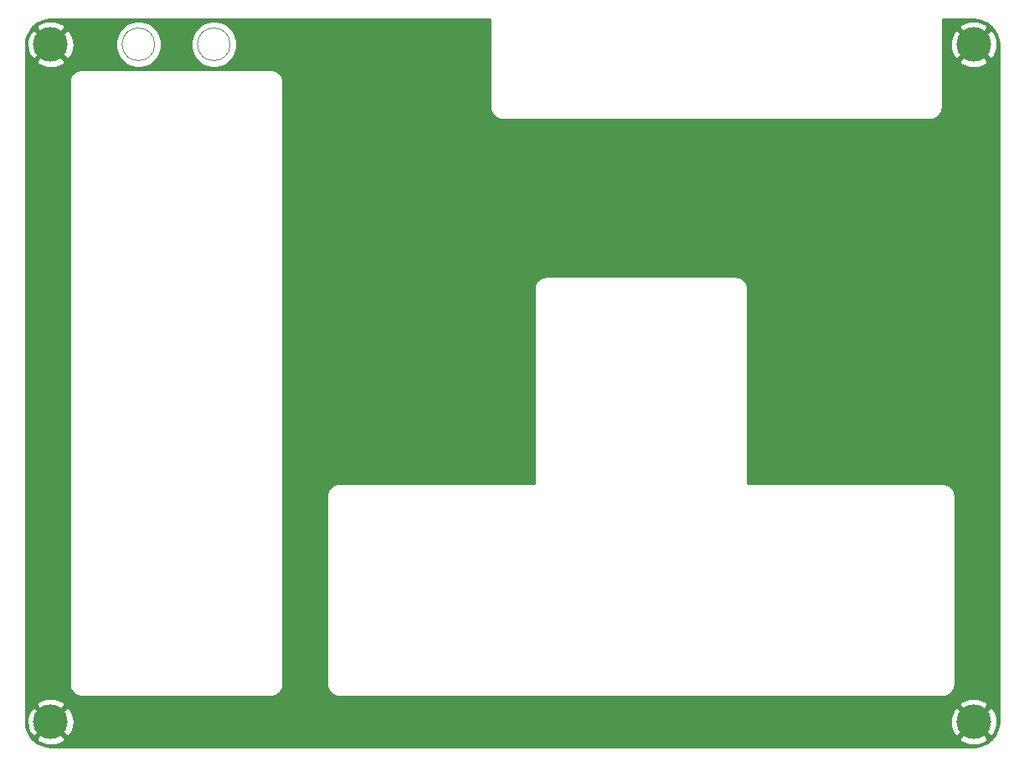
<source format=gbl>
G04 #@! TF.GenerationSoftware,KiCad,Pcbnew,(5.1.5)-3*
G04 #@! TF.CreationDate,2020-11-24T03:15:57+01:00*
G04 #@! TF.ProjectId,C64 Joykey Faceplate,43363420-4a6f-4796-9b65-792046616365,rev?*
G04 #@! TF.SameCoordinates,Original*
G04 #@! TF.FileFunction,Copper,L2,Bot*
G04 #@! TF.FilePolarity,Positive*
%FSLAX46Y46*%
G04 Gerber Fmt 4.6, Leading zero omitted, Abs format (unit mm)*
G04 Created by KiCad (PCBNEW (5.1.5)-3) date 2020-11-24 03:15:57*
%MOMM*%
%LPD*%
G04 APERTURE LIST*
%ADD10C,0.120000*%
%ADD11C,3.500000*%
%ADD12C,0.254000*%
G04 APERTURE END LIST*
D10*
X162306000Y-85725000D02*
G75*
G03X162306000Y-85725000I-1651000J0D01*
G01*
X154686000Y-85725000D02*
G75*
G03X154686000Y-85725000I-1651000J0D01*
G01*
D11*
X144145000Y-154305000D03*
X237490000Y-154305000D03*
X237490000Y-85725000D03*
X144145000Y-85725000D03*
D12*
G36*
X188569513Y-83210666D02*
G01*
X188570001Y-83215310D01*
X188570000Y-92107418D01*
X188572758Y-92135419D01*
X188572731Y-92139255D01*
X188573631Y-92148426D01*
X188586586Y-92271677D01*
X188598615Y-92330274D01*
X188609822Y-92389028D01*
X188612486Y-92397850D01*
X188649133Y-92516238D01*
X188672308Y-92571368D01*
X188694722Y-92626847D01*
X188699049Y-92634983D01*
X188757992Y-92743998D01*
X188791437Y-92793582D01*
X188824197Y-92843645D01*
X188830022Y-92850786D01*
X188909018Y-92946276D01*
X188951467Y-92988430D01*
X188993315Y-93031165D01*
X189000416Y-93037039D01*
X189096455Y-93115367D01*
X189146281Y-93148472D01*
X189195638Y-93182267D01*
X189203744Y-93186650D01*
X189313167Y-93244832D01*
X189368459Y-93267621D01*
X189423455Y-93291193D01*
X189432258Y-93293918D01*
X189550899Y-93329737D01*
X189609583Y-93341357D01*
X189668094Y-93353794D01*
X189677250Y-93354756D01*
X189677255Y-93354757D01*
X189677259Y-93354757D01*
X189800597Y-93366850D01*
X189800598Y-93366850D01*
X189832581Y-93370000D01*
X233077419Y-93370000D01*
X233105419Y-93367242D01*
X233109255Y-93367269D01*
X233118426Y-93366369D01*
X233241677Y-93353414D01*
X233300274Y-93341385D01*
X233359028Y-93330178D01*
X233367850Y-93327514D01*
X233486238Y-93290867D01*
X233541368Y-93267692D01*
X233596847Y-93245278D01*
X233604983Y-93240951D01*
X233713998Y-93182008D01*
X233763582Y-93148563D01*
X233813645Y-93115803D01*
X233820786Y-93109978D01*
X233916276Y-93030982D01*
X233958430Y-92988533D01*
X234001165Y-92946685D01*
X234007039Y-92939584D01*
X234085367Y-92843545D01*
X234118472Y-92793719D01*
X234152267Y-92744362D01*
X234156650Y-92736256D01*
X234214832Y-92626833D01*
X234237621Y-92571541D01*
X234261193Y-92516545D01*
X234263918Y-92507742D01*
X234299737Y-92389101D01*
X234311359Y-92330408D01*
X234323794Y-92271906D01*
X234324756Y-92262750D01*
X234324757Y-92262745D01*
X234324757Y-92262741D01*
X234336850Y-92139403D01*
X234336850Y-92139402D01*
X234340000Y-92107419D01*
X234340000Y-87394609D01*
X235999997Y-87394609D01*
X236186073Y-87735766D01*
X236603409Y-87951513D01*
X237054815Y-88081696D01*
X237522946Y-88121313D01*
X237989811Y-88068842D01*
X238437468Y-87926297D01*
X238793927Y-87735766D01*
X238980003Y-87394609D01*
X237490000Y-85904605D01*
X235999997Y-87394609D01*
X234340000Y-87394609D01*
X234340000Y-85757946D01*
X235093687Y-85757946D01*
X235146158Y-86224811D01*
X235288703Y-86672468D01*
X235479234Y-87028927D01*
X235820391Y-87215003D01*
X237310395Y-85725000D01*
X237669605Y-85725000D01*
X239159609Y-87215003D01*
X239500766Y-87028927D01*
X239716513Y-86611591D01*
X239846696Y-86160185D01*
X239886313Y-85692054D01*
X239833842Y-85225189D01*
X239691297Y-84777532D01*
X239500766Y-84421073D01*
X239159609Y-84234997D01*
X237669605Y-85725000D01*
X237310395Y-85725000D01*
X235820391Y-84234997D01*
X235479234Y-84421073D01*
X235263487Y-84838409D01*
X235133304Y-85289815D01*
X235093687Y-85757946D01*
X234340000Y-85757946D01*
X234340000Y-84055391D01*
X235999997Y-84055391D01*
X237490000Y-85545395D01*
X238980003Y-84055391D01*
X238793927Y-83714234D01*
X238376591Y-83498487D01*
X237925185Y-83368304D01*
X237457054Y-83328687D01*
X236990189Y-83381158D01*
X236542532Y-83523703D01*
X236186073Y-83714234D01*
X235999997Y-84055391D01*
X234340000Y-84055391D01*
X234340000Y-83217275D01*
X234340666Y-83210487D01*
X234345301Y-83210000D01*
X237457722Y-83210000D01*
X237977884Y-83261002D01*
X238447188Y-83402694D01*
X238880025Y-83632837D01*
X239259927Y-83942678D01*
X239572403Y-84320397D01*
X239805569Y-84751627D01*
X239950532Y-85219928D01*
X240005000Y-85738153D01*
X240005001Y-154272712D01*
X239953998Y-154792883D01*
X239812307Y-155262186D01*
X239582161Y-155695028D01*
X239272323Y-156074927D01*
X238894600Y-156387406D01*
X238463373Y-156620569D01*
X237995073Y-156765532D01*
X237476847Y-156820000D01*
X144177278Y-156820000D01*
X143657117Y-156768998D01*
X143187814Y-156627307D01*
X142754972Y-156397161D01*
X142375073Y-156087323D01*
X142281829Y-155974609D01*
X142654997Y-155974609D01*
X142841073Y-156315766D01*
X143258409Y-156531513D01*
X143709815Y-156661696D01*
X144177946Y-156701313D01*
X144644811Y-156648842D01*
X145092468Y-156506297D01*
X145448927Y-156315766D01*
X145635003Y-155974609D01*
X235999997Y-155974609D01*
X236186073Y-156315766D01*
X236603409Y-156531513D01*
X237054815Y-156661696D01*
X237522946Y-156701313D01*
X237989811Y-156648842D01*
X238437468Y-156506297D01*
X238793927Y-156315766D01*
X238980003Y-155974609D01*
X237490000Y-154484605D01*
X235999997Y-155974609D01*
X145635003Y-155974609D01*
X144145000Y-154484605D01*
X142654997Y-155974609D01*
X142281829Y-155974609D01*
X142062594Y-155709600D01*
X141829431Y-155278373D01*
X141684468Y-154810073D01*
X141634846Y-154337946D01*
X141748687Y-154337946D01*
X141801158Y-154804811D01*
X141943703Y-155252468D01*
X142134234Y-155608927D01*
X142475391Y-155795003D01*
X143965395Y-154305000D01*
X144324605Y-154305000D01*
X145814609Y-155795003D01*
X146155766Y-155608927D01*
X146371513Y-155191591D01*
X146501696Y-154740185D01*
X146535736Y-154337946D01*
X235093687Y-154337946D01*
X235146158Y-154804811D01*
X235288703Y-155252468D01*
X235479234Y-155608927D01*
X235820391Y-155795003D01*
X237310395Y-154305000D01*
X237669605Y-154305000D01*
X239159609Y-155795003D01*
X239500766Y-155608927D01*
X239716513Y-155191591D01*
X239846696Y-154740185D01*
X239886313Y-154272054D01*
X239833842Y-153805189D01*
X239691297Y-153357532D01*
X239500766Y-153001073D01*
X239159609Y-152814997D01*
X237669605Y-154305000D01*
X237310395Y-154305000D01*
X235820391Y-152814997D01*
X235479234Y-153001073D01*
X235263487Y-153418409D01*
X235133304Y-153869815D01*
X235093687Y-154337946D01*
X146535736Y-154337946D01*
X146541313Y-154272054D01*
X146488842Y-153805189D01*
X146346297Y-153357532D01*
X146155766Y-153001073D01*
X145814609Y-152814997D01*
X144324605Y-154305000D01*
X143965395Y-154305000D01*
X142475391Y-152814997D01*
X142134234Y-153001073D01*
X141918487Y-153418409D01*
X141788304Y-153869815D01*
X141748687Y-154337946D01*
X141634846Y-154337946D01*
X141630000Y-154291847D01*
X141630000Y-152635391D01*
X142654997Y-152635391D01*
X144145000Y-154125395D01*
X145635003Y-152635391D01*
X235999997Y-152635391D01*
X237490000Y-154125395D01*
X238980003Y-152635391D01*
X238793927Y-152294234D01*
X238376591Y-152078487D01*
X237925185Y-151948304D01*
X237457054Y-151908687D01*
X236990189Y-151961158D01*
X236542532Y-152103703D01*
X236186073Y-152294234D01*
X235999997Y-152635391D01*
X145635003Y-152635391D01*
X145448927Y-152294234D01*
X145031591Y-152078487D01*
X144580185Y-151948304D01*
X144112054Y-151908687D01*
X143645189Y-151961158D01*
X143197532Y-152103703D01*
X142841073Y-152294234D01*
X142654997Y-152635391D01*
X141630000Y-152635391D01*
X141630000Y-89502582D01*
X146025000Y-89502582D01*
X146025001Y-150527419D01*
X146027758Y-150555410D01*
X146027731Y-150559255D01*
X146028631Y-150568426D01*
X146041586Y-150691677D01*
X146053615Y-150750274D01*
X146064822Y-150809028D01*
X146067486Y-150817850D01*
X146104133Y-150936238D01*
X146127308Y-150991368D01*
X146149722Y-151046847D01*
X146154049Y-151054983D01*
X146212992Y-151163998D01*
X146246437Y-151213582D01*
X146279197Y-151263645D01*
X146285022Y-151270786D01*
X146364018Y-151366276D01*
X146406467Y-151408430D01*
X146448315Y-151451165D01*
X146455416Y-151457039D01*
X146551455Y-151535367D01*
X146601281Y-151568472D01*
X146650638Y-151602267D01*
X146658744Y-151606650D01*
X146768167Y-151664832D01*
X146823459Y-151687621D01*
X146878455Y-151711193D01*
X146887258Y-151713918D01*
X147005899Y-151749737D01*
X147064583Y-151761357D01*
X147123094Y-151773794D01*
X147132250Y-151774756D01*
X147132255Y-151774757D01*
X147132259Y-151774757D01*
X147255597Y-151786850D01*
X147255598Y-151786850D01*
X147287581Y-151790000D01*
X166402419Y-151790000D01*
X166430419Y-151787242D01*
X166434255Y-151787269D01*
X166443426Y-151786369D01*
X166566677Y-151773414D01*
X166625274Y-151761385D01*
X166684028Y-151750178D01*
X166692850Y-151747514D01*
X166811238Y-151710867D01*
X166866368Y-151687692D01*
X166921847Y-151665278D01*
X166929983Y-151660951D01*
X167038998Y-151602008D01*
X167088582Y-151568563D01*
X167138645Y-151535803D01*
X167145786Y-151529978D01*
X167241276Y-151450982D01*
X167283430Y-151408533D01*
X167326165Y-151366685D01*
X167332039Y-151359584D01*
X167410367Y-151263545D01*
X167443472Y-151213719D01*
X167477267Y-151164362D01*
X167481650Y-151156256D01*
X167539832Y-151046833D01*
X167562621Y-150991541D01*
X167586193Y-150936545D01*
X167588918Y-150927742D01*
X167624737Y-150809101D01*
X167636359Y-150750408D01*
X167648794Y-150691906D01*
X167649756Y-150682750D01*
X167649757Y-150682745D01*
X167649757Y-150682741D01*
X167661850Y-150559403D01*
X167661850Y-150559402D01*
X167665000Y-150527419D01*
X167665000Y-150527418D01*
X172060000Y-150527418D01*
X172062758Y-150555419D01*
X172062731Y-150559255D01*
X172063631Y-150568426D01*
X172076586Y-150691677D01*
X172088615Y-150750274D01*
X172099822Y-150809028D01*
X172102486Y-150817850D01*
X172139133Y-150936238D01*
X172162308Y-150991368D01*
X172184722Y-151046847D01*
X172189049Y-151054983D01*
X172247992Y-151163998D01*
X172281437Y-151213582D01*
X172314197Y-151263645D01*
X172320022Y-151270786D01*
X172399018Y-151366276D01*
X172441467Y-151408430D01*
X172483315Y-151451165D01*
X172490416Y-151457039D01*
X172586455Y-151535367D01*
X172636281Y-151568472D01*
X172685638Y-151602267D01*
X172693744Y-151606650D01*
X172803167Y-151664832D01*
X172858459Y-151687621D01*
X172913455Y-151711193D01*
X172922258Y-151713918D01*
X173040899Y-151749737D01*
X173099583Y-151761357D01*
X173158094Y-151773794D01*
X173167250Y-151774756D01*
X173167255Y-151774757D01*
X173167259Y-151774757D01*
X173290597Y-151786850D01*
X173290598Y-151786850D01*
X173322581Y-151790000D01*
X234347419Y-151790000D01*
X234375419Y-151787242D01*
X234379255Y-151787269D01*
X234388426Y-151786369D01*
X234511677Y-151773414D01*
X234570274Y-151761385D01*
X234629028Y-151750178D01*
X234637850Y-151747514D01*
X234756238Y-151710867D01*
X234811368Y-151687692D01*
X234866847Y-151665278D01*
X234874983Y-151660951D01*
X234983998Y-151602008D01*
X235033582Y-151568563D01*
X235083645Y-151535803D01*
X235090786Y-151529978D01*
X235186276Y-151450982D01*
X235228430Y-151408533D01*
X235271165Y-151366685D01*
X235277039Y-151359584D01*
X235355367Y-151263545D01*
X235388472Y-151213719D01*
X235422267Y-151164362D01*
X235426650Y-151156256D01*
X235484832Y-151046833D01*
X235507621Y-150991541D01*
X235531193Y-150936545D01*
X235533918Y-150927742D01*
X235569737Y-150809101D01*
X235581359Y-150750408D01*
X235593794Y-150691906D01*
X235594756Y-150682750D01*
X235594757Y-150682745D01*
X235594757Y-150682741D01*
X235606850Y-150559403D01*
X235606850Y-150559402D01*
X235610000Y-150527419D01*
X235610000Y-131412581D01*
X235607242Y-131384581D01*
X235607269Y-131380745D01*
X235606369Y-131371574D01*
X235593414Y-131248323D01*
X235581387Y-131189733D01*
X235570178Y-131130971D01*
X235567514Y-131122149D01*
X235530867Y-131003762D01*
X235507692Y-130948632D01*
X235485278Y-130893153D01*
X235480951Y-130885017D01*
X235422007Y-130776002D01*
X235388565Y-130726422D01*
X235355803Y-130676355D01*
X235349978Y-130669214D01*
X235270982Y-130573724D01*
X235228566Y-130531603D01*
X235186684Y-130488834D01*
X235179584Y-130482961D01*
X235083545Y-130404633D01*
X235033703Y-130371518D01*
X234984362Y-130337733D01*
X234976256Y-130333350D01*
X234866832Y-130275168D01*
X234811554Y-130252384D01*
X234756545Y-130228807D01*
X234747741Y-130226082D01*
X234629101Y-130190262D01*
X234570372Y-130178633D01*
X234511905Y-130166206D01*
X234502747Y-130165244D01*
X234502744Y-130165243D01*
X234502741Y-130165243D01*
X234379402Y-130153150D01*
X234347419Y-130150000D01*
X214662275Y-130150000D01*
X214655487Y-130149335D01*
X214655000Y-130144699D01*
X214655000Y-110457581D01*
X214652242Y-110429581D01*
X214652269Y-110425745D01*
X214651369Y-110416574D01*
X214638414Y-110293323D01*
X214626387Y-110234733D01*
X214615178Y-110175971D01*
X214612514Y-110167149D01*
X214575867Y-110048762D01*
X214552692Y-109993632D01*
X214530278Y-109938153D01*
X214525951Y-109930017D01*
X214467007Y-109821002D01*
X214433565Y-109771422D01*
X214400803Y-109721355D01*
X214394978Y-109714214D01*
X214315982Y-109618724D01*
X214273566Y-109576603D01*
X214231684Y-109533834D01*
X214224584Y-109527961D01*
X214128545Y-109449633D01*
X214078703Y-109416518D01*
X214029362Y-109382733D01*
X214021256Y-109378350D01*
X213911832Y-109320168D01*
X213856554Y-109297384D01*
X213801545Y-109273807D01*
X213792741Y-109271082D01*
X213674101Y-109235262D01*
X213615372Y-109223633D01*
X213556905Y-109211206D01*
X213547747Y-109210244D01*
X213547744Y-109210243D01*
X213547741Y-109210243D01*
X213424402Y-109198150D01*
X213392419Y-109195000D01*
X194277581Y-109195000D01*
X194249581Y-109197758D01*
X194245745Y-109197731D01*
X194236574Y-109198631D01*
X194113323Y-109211586D01*
X194054733Y-109223613D01*
X193995971Y-109234822D01*
X193987149Y-109237486D01*
X193868762Y-109274133D01*
X193813632Y-109297308D01*
X193758153Y-109319722D01*
X193750017Y-109324049D01*
X193641002Y-109382993D01*
X193591422Y-109416435D01*
X193541355Y-109449197D01*
X193534214Y-109455022D01*
X193438724Y-109534018D01*
X193396603Y-109576434D01*
X193353834Y-109618316D01*
X193347961Y-109625416D01*
X193269633Y-109721455D01*
X193236518Y-109771297D01*
X193202733Y-109820638D01*
X193198350Y-109828744D01*
X193140168Y-109938168D01*
X193117384Y-109993446D01*
X193093807Y-110048455D01*
X193091082Y-110057259D01*
X193055262Y-110175899D01*
X193043641Y-110234592D01*
X193031206Y-110293095D01*
X193030244Y-110302253D01*
X193030244Y-110302254D01*
X193030243Y-110302259D01*
X193018150Y-110425598D01*
X193018150Y-110425608D01*
X193015001Y-110457581D01*
X193015000Y-130142725D01*
X193014335Y-130149513D01*
X193009699Y-130150000D01*
X173322581Y-130150000D01*
X173294581Y-130152758D01*
X173290745Y-130152731D01*
X173281574Y-130153631D01*
X173158323Y-130166586D01*
X173099733Y-130178613D01*
X173040971Y-130189822D01*
X173032149Y-130192486D01*
X172913762Y-130229133D01*
X172858632Y-130252308D01*
X172803153Y-130274722D01*
X172795017Y-130279049D01*
X172686002Y-130337993D01*
X172636422Y-130371435D01*
X172586355Y-130404197D01*
X172579214Y-130410022D01*
X172483724Y-130489018D01*
X172441603Y-130531434D01*
X172398834Y-130573316D01*
X172392961Y-130580416D01*
X172314633Y-130676455D01*
X172281518Y-130726297D01*
X172247733Y-130775638D01*
X172243350Y-130783744D01*
X172185168Y-130893168D01*
X172162390Y-130948432D01*
X172138807Y-131003455D01*
X172136082Y-131012259D01*
X172100262Y-131130899D01*
X172088641Y-131189592D01*
X172076206Y-131248095D01*
X172075244Y-131257253D01*
X172075244Y-131257254D01*
X172075243Y-131257259D01*
X172063150Y-131380598D01*
X172063150Y-131380608D01*
X172060001Y-131412581D01*
X172060000Y-150527418D01*
X167665000Y-150527418D01*
X167665000Y-89502581D01*
X167662242Y-89474581D01*
X167662269Y-89470745D01*
X167661369Y-89461574D01*
X167648414Y-89338323D01*
X167636387Y-89279733D01*
X167625178Y-89220971D01*
X167622514Y-89212149D01*
X167585867Y-89093762D01*
X167562692Y-89038632D01*
X167540278Y-88983153D01*
X167535951Y-88975017D01*
X167477007Y-88866002D01*
X167443565Y-88816422D01*
X167410803Y-88766355D01*
X167404978Y-88759214D01*
X167325982Y-88663724D01*
X167283566Y-88621603D01*
X167241684Y-88578834D01*
X167234584Y-88572961D01*
X167138545Y-88494633D01*
X167088703Y-88461518D01*
X167039362Y-88427733D01*
X167031256Y-88423350D01*
X166921832Y-88365168D01*
X166866554Y-88342384D01*
X166811545Y-88318807D01*
X166802741Y-88316082D01*
X166684101Y-88280262D01*
X166625372Y-88268633D01*
X166566905Y-88256206D01*
X166557747Y-88255244D01*
X166557744Y-88255243D01*
X166557741Y-88255243D01*
X166434402Y-88243150D01*
X166402419Y-88240000D01*
X147287581Y-88240000D01*
X147259581Y-88242758D01*
X147255745Y-88242731D01*
X147246574Y-88243631D01*
X147123323Y-88256586D01*
X147064733Y-88268613D01*
X147005971Y-88279822D01*
X146997149Y-88282486D01*
X146878762Y-88319133D01*
X146823632Y-88342308D01*
X146768153Y-88364722D01*
X146760017Y-88369049D01*
X146651002Y-88427993D01*
X146601422Y-88461435D01*
X146551355Y-88494197D01*
X146544214Y-88500022D01*
X146448724Y-88579018D01*
X146406603Y-88621434D01*
X146363834Y-88663316D01*
X146357961Y-88670416D01*
X146279633Y-88766455D01*
X146246518Y-88816297D01*
X146212733Y-88865638D01*
X146208350Y-88873744D01*
X146150168Y-88983168D01*
X146127384Y-89038446D01*
X146103807Y-89093455D01*
X146101082Y-89102259D01*
X146065262Y-89220899D01*
X146053641Y-89279592D01*
X146041206Y-89338095D01*
X146040244Y-89347253D01*
X146040244Y-89347254D01*
X146040243Y-89347259D01*
X146028150Y-89470598D01*
X146025000Y-89502582D01*
X141630000Y-89502582D01*
X141630000Y-87394609D01*
X142654997Y-87394609D01*
X142841073Y-87735766D01*
X143258409Y-87951513D01*
X143709815Y-88081696D01*
X144177946Y-88121313D01*
X144644811Y-88068842D01*
X145092468Y-87926297D01*
X145448927Y-87735766D01*
X145635003Y-87394609D01*
X144145000Y-85904605D01*
X142654997Y-87394609D01*
X141630000Y-87394609D01*
X141630000Y-85757946D01*
X141748687Y-85757946D01*
X141801158Y-86224811D01*
X141943703Y-86672468D01*
X142134234Y-87028927D01*
X142475391Y-87215003D01*
X143965395Y-85725000D01*
X144324605Y-85725000D01*
X145814609Y-87215003D01*
X146155766Y-87028927D01*
X146371513Y-86611591D01*
X146501696Y-86160185D01*
X146541313Y-85692054D01*
X146518952Y-85493091D01*
X150680393Y-85493091D01*
X150680393Y-85956909D01*
X150770879Y-86411814D01*
X150948374Y-86840325D01*
X151206057Y-87225975D01*
X151534025Y-87553943D01*
X151919675Y-87811626D01*
X152348186Y-87989121D01*
X152803091Y-88079607D01*
X153266909Y-88079607D01*
X153721814Y-87989121D01*
X154150325Y-87811626D01*
X154535975Y-87553943D01*
X154863943Y-87225975D01*
X155121626Y-86840325D01*
X155299121Y-86411814D01*
X155389607Y-85956909D01*
X155389607Y-85493091D01*
X158300393Y-85493091D01*
X158300393Y-85956909D01*
X158390879Y-86411814D01*
X158568374Y-86840325D01*
X158826057Y-87225975D01*
X159154025Y-87553943D01*
X159539675Y-87811626D01*
X159968186Y-87989121D01*
X160423091Y-88079607D01*
X160886909Y-88079607D01*
X161341814Y-87989121D01*
X161770325Y-87811626D01*
X162155975Y-87553943D01*
X162483943Y-87225975D01*
X162741626Y-86840325D01*
X162919121Y-86411814D01*
X163009607Y-85956909D01*
X163009607Y-85493091D01*
X162919121Y-85038186D01*
X162741626Y-84609675D01*
X162483943Y-84224025D01*
X162155975Y-83896057D01*
X161770325Y-83638374D01*
X161341814Y-83460879D01*
X160886909Y-83370393D01*
X160423091Y-83370393D01*
X159968186Y-83460879D01*
X159539675Y-83638374D01*
X159154025Y-83896057D01*
X158826057Y-84224025D01*
X158568374Y-84609675D01*
X158390879Y-85038186D01*
X158300393Y-85493091D01*
X155389607Y-85493091D01*
X155299121Y-85038186D01*
X155121626Y-84609675D01*
X154863943Y-84224025D01*
X154535975Y-83896057D01*
X154150325Y-83638374D01*
X153721814Y-83460879D01*
X153266909Y-83370393D01*
X152803091Y-83370393D01*
X152348186Y-83460879D01*
X151919675Y-83638374D01*
X151534025Y-83896057D01*
X151206057Y-84224025D01*
X150948374Y-84609675D01*
X150770879Y-85038186D01*
X150680393Y-85493091D01*
X146518952Y-85493091D01*
X146488842Y-85225189D01*
X146346297Y-84777532D01*
X146155766Y-84421073D01*
X145814609Y-84234997D01*
X144324605Y-85725000D01*
X143965395Y-85725000D01*
X142475391Y-84234997D01*
X142134234Y-84421073D01*
X141918487Y-84838409D01*
X141788304Y-85289815D01*
X141748687Y-85757946D01*
X141630000Y-85757946D01*
X141630000Y-85757278D01*
X141681002Y-85237116D01*
X141822694Y-84767812D01*
X142052837Y-84334975D01*
X142280860Y-84055391D01*
X142654997Y-84055391D01*
X144145000Y-85545395D01*
X145635003Y-84055391D01*
X145448927Y-83714234D01*
X145031591Y-83498487D01*
X144580185Y-83368304D01*
X144112054Y-83328687D01*
X143645189Y-83381158D01*
X143197532Y-83523703D01*
X142841073Y-83714234D01*
X142654997Y-84055391D01*
X142280860Y-84055391D01*
X142362678Y-83955073D01*
X142740397Y-83642597D01*
X143171627Y-83409431D01*
X143639928Y-83264468D01*
X144158153Y-83210000D01*
X188562725Y-83210000D01*
X188569513Y-83210666D01*
G37*
X188569513Y-83210666D02*
X188570001Y-83215310D01*
X188570000Y-92107418D01*
X188572758Y-92135419D01*
X188572731Y-92139255D01*
X188573631Y-92148426D01*
X188586586Y-92271677D01*
X188598615Y-92330274D01*
X188609822Y-92389028D01*
X188612486Y-92397850D01*
X188649133Y-92516238D01*
X188672308Y-92571368D01*
X188694722Y-92626847D01*
X188699049Y-92634983D01*
X188757992Y-92743998D01*
X188791437Y-92793582D01*
X188824197Y-92843645D01*
X188830022Y-92850786D01*
X188909018Y-92946276D01*
X188951467Y-92988430D01*
X188993315Y-93031165D01*
X189000416Y-93037039D01*
X189096455Y-93115367D01*
X189146281Y-93148472D01*
X189195638Y-93182267D01*
X189203744Y-93186650D01*
X189313167Y-93244832D01*
X189368459Y-93267621D01*
X189423455Y-93291193D01*
X189432258Y-93293918D01*
X189550899Y-93329737D01*
X189609583Y-93341357D01*
X189668094Y-93353794D01*
X189677250Y-93354756D01*
X189677255Y-93354757D01*
X189677259Y-93354757D01*
X189800597Y-93366850D01*
X189800598Y-93366850D01*
X189832581Y-93370000D01*
X233077419Y-93370000D01*
X233105419Y-93367242D01*
X233109255Y-93367269D01*
X233118426Y-93366369D01*
X233241677Y-93353414D01*
X233300274Y-93341385D01*
X233359028Y-93330178D01*
X233367850Y-93327514D01*
X233486238Y-93290867D01*
X233541368Y-93267692D01*
X233596847Y-93245278D01*
X233604983Y-93240951D01*
X233713998Y-93182008D01*
X233763582Y-93148563D01*
X233813645Y-93115803D01*
X233820786Y-93109978D01*
X233916276Y-93030982D01*
X233958430Y-92988533D01*
X234001165Y-92946685D01*
X234007039Y-92939584D01*
X234085367Y-92843545D01*
X234118472Y-92793719D01*
X234152267Y-92744362D01*
X234156650Y-92736256D01*
X234214832Y-92626833D01*
X234237621Y-92571541D01*
X234261193Y-92516545D01*
X234263918Y-92507742D01*
X234299737Y-92389101D01*
X234311359Y-92330408D01*
X234323794Y-92271906D01*
X234324756Y-92262750D01*
X234324757Y-92262745D01*
X234324757Y-92262741D01*
X234336850Y-92139403D01*
X234336850Y-92139402D01*
X234340000Y-92107419D01*
X234340000Y-87394609D01*
X235999997Y-87394609D01*
X236186073Y-87735766D01*
X236603409Y-87951513D01*
X237054815Y-88081696D01*
X237522946Y-88121313D01*
X237989811Y-88068842D01*
X238437468Y-87926297D01*
X238793927Y-87735766D01*
X238980003Y-87394609D01*
X237490000Y-85904605D01*
X235999997Y-87394609D01*
X234340000Y-87394609D01*
X234340000Y-85757946D01*
X235093687Y-85757946D01*
X235146158Y-86224811D01*
X235288703Y-86672468D01*
X235479234Y-87028927D01*
X235820391Y-87215003D01*
X237310395Y-85725000D01*
X237669605Y-85725000D01*
X239159609Y-87215003D01*
X239500766Y-87028927D01*
X239716513Y-86611591D01*
X239846696Y-86160185D01*
X239886313Y-85692054D01*
X239833842Y-85225189D01*
X239691297Y-84777532D01*
X239500766Y-84421073D01*
X239159609Y-84234997D01*
X237669605Y-85725000D01*
X237310395Y-85725000D01*
X235820391Y-84234997D01*
X235479234Y-84421073D01*
X235263487Y-84838409D01*
X235133304Y-85289815D01*
X235093687Y-85757946D01*
X234340000Y-85757946D01*
X234340000Y-84055391D01*
X235999997Y-84055391D01*
X237490000Y-85545395D01*
X238980003Y-84055391D01*
X238793927Y-83714234D01*
X238376591Y-83498487D01*
X237925185Y-83368304D01*
X237457054Y-83328687D01*
X236990189Y-83381158D01*
X236542532Y-83523703D01*
X236186073Y-83714234D01*
X235999997Y-84055391D01*
X234340000Y-84055391D01*
X234340000Y-83217275D01*
X234340666Y-83210487D01*
X234345301Y-83210000D01*
X237457722Y-83210000D01*
X237977884Y-83261002D01*
X238447188Y-83402694D01*
X238880025Y-83632837D01*
X239259927Y-83942678D01*
X239572403Y-84320397D01*
X239805569Y-84751627D01*
X239950532Y-85219928D01*
X240005000Y-85738153D01*
X240005001Y-154272712D01*
X239953998Y-154792883D01*
X239812307Y-155262186D01*
X239582161Y-155695028D01*
X239272323Y-156074927D01*
X238894600Y-156387406D01*
X238463373Y-156620569D01*
X237995073Y-156765532D01*
X237476847Y-156820000D01*
X144177278Y-156820000D01*
X143657117Y-156768998D01*
X143187814Y-156627307D01*
X142754972Y-156397161D01*
X142375073Y-156087323D01*
X142281829Y-155974609D01*
X142654997Y-155974609D01*
X142841073Y-156315766D01*
X143258409Y-156531513D01*
X143709815Y-156661696D01*
X144177946Y-156701313D01*
X144644811Y-156648842D01*
X145092468Y-156506297D01*
X145448927Y-156315766D01*
X145635003Y-155974609D01*
X235999997Y-155974609D01*
X236186073Y-156315766D01*
X236603409Y-156531513D01*
X237054815Y-156661696D01*
X237522946Y-156701313D01*
X237989811Y-156648842D01*
X238437468Y-156506297D01*
X238793927Y-156315766D01*
X238980003Y-155974609D01*
X237490000Y-154484605D01*
X235999997Y-155974609D01*
X145635003Y-155974609D01*
X144145000Y-154484605D01*
X142654997Y-155974609D01*
X142281829Y-155974609D01*
X142062594Y-155709600D01*
X141829431Y-155278373D01*
X141684468Y-154810073D01*
X141634846Y-154337946D01*
X141748687Y-154337946D01*
X141801158Y-154804811D01*
X141943703Y-155252468D01*
X142134234Y-155608927D01*
X142475391Y-155795003D01*
X143965395Y-154305000D01*
X144324605Y-154305000D01*
X145814609Y-155795003D01*
X146155766Y-155608927D01*
X146371513Y-155191591D01*
X146501696Y-154740185D01*
X146535736Y-154337946D01*
X235093687Y-154337946D01*
X235146158Y-154804811D01*
X235288703Y-155252468D01*
X235479234Y-155608927D01*
X235820391Y-155795003D01*
X237310395Y-154305000D01*
X237669605Y-154305000D01*
X239159609Y-155795003D01*
X239500766Y-155608927D01*
X239716513Y-155191591D01*
X239846696Y-154740185D01*
X239886313Y-154272054D01*
X239833842Y-153805189D01*
X239691297Y-153357532D01*
X239500766Y-153001073D01*
X239159609Y-152814997D01*
X237669605Y-154305000D01*
X237310395Y-154305000D01*
X235820391Y-152814997D01*
X235479234Y-153001073D01*
X235263487Y-153418409D01*
X235133304Y-153869815D01*
X235093687Y-154337946D01*
X146535736Y-154337946D01*
X146541313Y-154272054D01*
X146488842Y-153805189D01*
X146346297Y-153357532D01*
X146155766Y-153001073D01*
X145814609Y-152814997D01*
X144324605Y-154305000D01*
X143965395Y-154305000D01*
X142475391Y-152814997D01*
X142134234Y-153001073D01*
X141918487Y-153418409D01*
X141788304Y-153869815D01*
X141748687Y-154337946D01*
X141634846Y-154337946D01*
X141630000Y-154291847D01*
X141630000Y-152635391D01*
X142654997Y-152635391D01*
X144145000Y-154125395D01*
X145635003Y-152635391D01*
X235999997Y-152635391D01*
X237490000Y-154125395D01*
X238980003Y-152635391D01*
X238793927Y-152294234D01*
X238376591Y-152078487D01*
X237925185Y-151948304D01*
X237457054Y-151908687D01*
X236990189Y-151961158D01*
X236542532Y-152103703D01*
X236186073Y-152294234D01*
X235999997Y-152635391D01*
X145635003Y-152635391D01*
X145448927Y-152294234D01*
X145031591Y-152078487D01*
X144580185Y-151948304D01*
X144112054Y-151908687D01*
X143645189Y-151961158D01*
X143197532Y-152103703D01*
X142841073Y-152294234D01*
X142654997Y-152635391D01*
X141630000Y-152635391D01*
X141630000Y-89502582D01*
X146025000Y-89502582D01*
X146025001Y-150527419D01*
X146027758Y-150555410D01*
X146027731Y-150559255D01*
X146028631Y-150568426D01*
X146041586Y-150691677D01*
X146053615Y-150750274D01*
X146064822Y-150809028D01*
X146067486Y-150817850D01*
X146104133Y-150936238D01*
X146127308Y-150991368D01*
X146149722Y-151046847D01*
X146154049Y-151054983D01*
X146212992Y-151163998D01*
X146246437Y-151213582D01*
X146279197Y-151263645D01*
X146285022Y-151270786D01*
X146364018Y-151366276D01*
X146406467Y-151408430D01*
X146448315Y-151451165D01*
X146455416Y-151457039D01*
X146551455Y-151535367D01*
X146601281Y-151568472D01*
X146650638Y-151602267D01*
X146658744Y-151606650D01*
X146768167Y-151664832D01*
X146823459Y-151687621D01*
X146878455Y-151711193D01*
X146887258Y-151713918D01*
X147005899Y-151749737D01*
X147064583Y-151761357D01*
X147123094Y-151773794D01*
X147132250Y-151774756D01*
X147132255Y-151774757D01*
X147132259Y-151774757D01*
X147255597Y-151786850D01*
X147255598Y-151786850D01*
X147287581Y-151790000D01*
X166402419Y-151790000D01*
X166430419Y-151787242D01*
X166434255Y-151787269D01*
X166443426Y-151786369D01*
X166566677Y-151773414D01*
X166625274Y-151761385D01*
X166684028Y-151750178D01*
X166692850Y-151747514D01*
X166811238Y-151710867D01*
X166866368Y-151687692D01*
X166921847Y-151665278D01*
X166929983Y-151660951D01*
X167038998Y-151602008D01*
X167088582Y-151568563D01*
X167138645Y-151535803D01*
X167145786Y-151529978D01*
X167241276Y-151450982D01*
X167283430Y-151408533D01*
X167326165Y-151366685D01*
X167332039Y-151359584D01*
X167410367Y-151263545D01*
X167443472Y-151213719D01*
X167477267Y-151164362D01*
X167481650Y-151156256D01*
X167539832Y-151046833D01*
X167562621Y-150991541D01*
X167586193Y-150936545D01*
X167588918Y-150927742D01*
X167624737Y-150809101D01*
X167636359Y-150750408D01*
X167648794Y-150691906D01*
X167649756Y-150682750D01*
X167649757Y-150682745D01*
X167649757Y-150682741D01*
X167661850Y-150559403D01*
X167661850Y-150559402D01*
X167665000Y-150527419D01*
X167665000Y-150527418D01*
X172060000Y-150527418D01*
X172062758Y-150555419D01*
X172062731Y-150559255D01*
X172063631Y-150568426D01*
X172076586Y-150691677D01*
X172088615Y-150750274D01*
X172099822Y-150809028D01*
X172102486Y-150817850D01*
X172139133Y-150936238D01*
X172162308Y-150991368D01*
X172184722Y-151046847D01*
X172189049Y-151054983D01*
X172247992Y-151163998D01*
X172281437Y-151213582D01*
X172314197Y-151263645D01*
X172320022Y-151270786D01*
X172399018Y-151366276D01*
X172441467Y-151408430D01*
X172483315Y-151451165D01*
X172490416Y-151457039D01*
X172586455Y-151535367D01*
X172636281Y-151568472D01*
X172685638Y-151602267D01*
X172693744Y-151606650D01*
X172803167Y-151664832D01*
X172858459Y-151687621D01*
X172913455Y-151711193D01*
X172922258Y-151713918D01*
X173040899Y-151749737D01*
X173099583Y-151761357D01*
X173158094Y-151773794D01*
X173167250Y-151774756D01*
X173167255Y-151774757D01*
X173167259Y-151774757D01*
X173290597Y-151786850D01*
X173290598Y-151786850D01*
X173322581Y-151790000D01*
X234347419Y-151790000D01*
X234375419Y-151787242D01*
X234379255Y-151787269D01*
X234388426Y-151786369D01*
X234511677Y-151773414D01*
X234570274Y-151761385D01*
X234629028Y-151750178D01*
X234637850Y-151747514D01*
X234756238Y-151710867D01*
X234811368Y-151687692D01*
X234866847Y-151665278D01*
X234874983Y-151660951D01*
X234983998Y-151602008D01*
X235033582Y-151568563D01*
X235083645Y-151535803D01*
X235090786Y-151529978D01*
X235186276Y-151450982D01*
X235228430Y-151408533D01*
X235271165Y-151366685D01*
X235277039Y-151359584D01*
X235355367Y-151263545D01*
X235388472Y-151213719D01*
X235422267Y-151164362D01*
X235426650Y-151156256D01*
X235484832Y-151046833D01*
X235507621Y-150991541D01*
X235531193Y-150936545D01*
X235533918Y-150927742D01*
X235569737Y-150809101D01*
X235581359Y-150750408D01*
X235593794Y-150691906D01*
X235594756Y-150682750D01*
X235594757Y-150682745D01*
X235594757Y-150682741D01*
X235606850Y-150559403D01*
X235606850Y-150559402D01*
X235610000Y-150527419D01*
X235610000Y-131412581D01*
X235607242Y-131384581D01*
X235607269Y-131380745D01*
X235606369Y-131371574D01*
X235593414Y-131248323D01*
X235581387Y-131189733D01*
X235570178Y-131130971D01*
X235567514Y-131122149D01*
X235530867Y-131003762D01*
X235507692Y-130948632D01*
X235485278Y-130893153D01*
X235480951Y-130885017D01*
X235422007Y-130776002D01*
X235388565Y-130726422D01*
X235355803Y-130676355D01*
X235349978Y-130669214D01*
X235270982Y-130573724D01*
X235228566Y-130531603D01*
X235186684Y-130488834D01*
X235179584Y-130482961D01*
X235083545Y-130404633D01*
X235033703Y-130371518D01*
X234984362Y-130337733D01*
X234976256Y-130333350D01*
X234866832Y-130275168D01*
X234811554Y-130252384D01*
X234756545Y-130228807D01*
X234747741Y-130226082D01*
X234629101Y-130190262D01*
X234570372Y-130178633D01*
X234511905Y-130166206D01*
X234502747Y-130165244D01*
X234502744Y-130165243D01*
X234502741Y-130165243D01*
X234379402Y-130153150D01*
X234347419Y-130150000D01*
X214662275Y-130150000D01*
X214655487Y-130149335D01*
X214655000Y-130144699D01*
X214655000Y-110457581D01*
X214652242Y-110429581D01*
X214652269Y-110425745D01*
X214651369Y-110416574D01*
X214638414Y-110293323D01*
X214626387Y-110234733D01*
X214615178Y-110175971D01*
X214612514Y-110167149D01*
X214575867Y-110048762D01*
X214552692Y-109993632D01*
X214530278Y-109938153D01*
X214525951Y-109930017D01*
X214467007Y-109821002D01*
X214433565Y-109771422D01*
X214400803Y-109721355D01*
X214394978Y-109714214D01*
X214315982Y-109618724D01*
X214273566Y-109576603D01*
X214231684Y-109533834D01*
X214224584Y-109527961D01*
X214128545Y-109449633D01*
X214078703Y-109416518D01*
X214029362Y-109382733D01*
X214021256Y-109378350D01*
X213911832Y-109320168D01*
X213856554Y-109297384D01*
X213801545Y-109273807D01*
X213792741Y-109271082D01*
X213674101Y-109235262D01*
X213615372Y-109223633D01*
X213556905Y-109211206D01*
X213547747Y-109210244D01*
X213547744Y-109210243D01*
X213547741Y-109210243D01*
X213424402Y-109198150D01*
X213392419Y-109195000D01*
X194277581Y-109195000D01*
X194249581Y-109197758D01*
X194245745Y-109197731D01*
X194236574Y-109198631D01*
X194113323Y-109211586D01*
X194054733Y-109223613D01*
X193995971Y-109234822D01*
X193987149Y-109237486D01*
X193868762Y-109274133D01*
X193813632Y-109297308D01*
X193758153Y-109319722D01*
X193750017Y-109324049D01*
X193641002Y-109382993D01*
X193591422Y-109416435D01*
X193541355Y-109449197D01*
X193534214Y-109455022D01*
X193438724Y-109534018D01*
X193396603Y-109576434D01*
X193353834Y-109618316D01*
X193347961Y-109625416D01*
X193269633Y-109721455D01*
X193236518Y-109771297D01*
X193202733Y-109820638D01*
X193198350Y-109828744D01*
X193140168Y-109938168D01*
X193117384Y-109993446D01*
X193093807Y-110048455D01*
X193091082Y-110057259D01*
X193055262Y-110175899D01*
X193043641Y-110234592D01*
X193031206Y-110293095D01*
X193030244Y-110302253D01*
X193030244Y-110302254D01*
X193030243Y-110302259D01*
X193018150Y-110425598D01*
X193018150Y-110425608D01*
X193015001Y-110457581D01*
X193015000Y-130142725D01*
X193014335Y-130149513D01*
X193009699Y-130150000D01*
X173322581Y-130150000D01*
X173294581Y-130152758D01*
X173290745Y-130152731D01*
X173281574Y-130153631D01*
X173158323Y-130166586D01*
X173099733Y-130178613D01*
X173040971Y-130189822D01*
X173032149Y-130192486D01*
X172913762Y-130229133D01*
X172858632Y-130252308D01*
X172803153Y-130274722D01*
X172795017Y-130279049D01*
X172686002Y-130337993D01*
X172636422Y-130371435D01*
X172586355Y-130404197D01*
X172579214Y-130410022D01*
X172483724Y-130489018D01*
X172441603Y-130531434D01*
X172398834Y-130573316D01*
X172392961Y-130580416D01*
X172314633Y-130676455D01*
X172281518Y-130726297D01*
X172247733Y-130775638D01*
X172243350Y-130783744D01*
X172185168Y-130893168D01*
X172162390Y-130948432D01*
X172138807Y-131003455D01*
X172136082Y-131012259D01*
X172100262Y-131130899D01*
X172088641Y-131189592D01*
X172076206Y-131248095D01*
X172075244Y-131257253D01*
X172075244Y-131257254D01*
X172075243Y-131257259D01*
X172063150Y-131380598D01*
X172063150Y-131380608D01*
X172060001Y-131412581D01*
X172060000Y-150527418D01*
X167665000Y-150527418D01*
X167665000Y-89502581D01*
X167662242Y-89474581D01*
X167662269Y-89470745D01*
X167661369Y-89461574D01*
X167648414Y-89338323D01*
X167636387Y-89279733D01*
X167625178Y-89220971D01*
X167622514Y-89212149D01*
X167585867Y-89093762D01*
X167562692Y-89038632D01*
X167540278Y-88983153D01*
X167535951Y-88975017D01*
X167477007Y-88866002D01*
X167443565Y-88816422D01*
X167410803Y-88766355D01*
X167404978Y-88759214D01*
X167325982Y-88663724D01*
X167283566Y-88621603D01*
X167241684Y-88578834D01*
X167234584Y-88572961D01*
X167138545Y-88494633D01*
X167088703Y-88461518D01*
X167039362Y-88427733D01*
X167031256Y-88423350D01*
X166921832Y-88365168D01*
X166866554Y-88342384D01*
X166811545Y-88318807D01*
X166802741Y-88316082D01*
X166684101Y-88280262D01*
X166625372Y-88268633D01*
X166566905Y-88256206D01*
X166557747Y-88255244D01*
X166557744Y-88255243D01*
X166557741Y-88255243D01*
X166434402Y-88243150D01*
X166402419Y-88240000D01*
X147287581Y-88240000D01*
X147259581Y-88242758D01*
X147255745Y-88242731D01*
X147246574Y-88243631D01*
X147123323Y-88256586D01*
X147064733Y-88268613D01*
X147005971Y-88279822D01*
X146997149Y-88282486D01*
X146878762Y-88319133D01*
X146823632Y-88342308D01*
X146768153Y-88364722D01*
X146760017Y-88369049D01*
X146651002Y-88427993D01*
X146601422Y-88461435D01*
X146551355Y-88494197D01*
X146544214Y-88500022D01*
X146448724Y-88579018D01*
X146406603Y-88621434D01*
X146363834Y-88663316D01*
X146357961Y-88670416D01*
X146279633Y-88766455D01*
X146246518Y-88816297D01*
X146212733Y-88865638D01*
X146208350Y-88873744D01*
X146150168Y-88983168D01*
X146127384Y-89038446D01*
X146103807Y-89093455D01*
X146101082Y-89102259D01*
X146065262Y-89220899D01*
X146053641Y-89279592D01*
X146041206Y-89338095D01*
X146040244Y-89347253D01*
X146040244Y-89347254D01*
X146040243Y-89347259D01*
X146028150Y-89470598D01*
X146025000Y-89502582D01*
X141630000Y-89502582D01*
X141630000Y-87394609D01*
X142654997Y-87394609D01*
X142841073Y-87735766D01*
X143258409Y-87951513D01*
X143709815Y-88081696D01*
X144177946Y-88121313D01*
X144644811Y-88068842D01*
X145092468Y-87926297D01*
X145448927Y-87735766D01*
X145635003Y-87394609D01*
X144145000Y-85904605D01*
X142654997Y-87394609D01*
X141630000Y-87394609D01*
X141630000Y-85757946D01*
X141748687Y-85757946D01*
X141801158Y-86224811D01*
X141943703Y-86672468D01*
X142134234Y-87028927D01*
X142475391Y-87215003D01*
X143965395Y-85725000D01*
X144324605Y-85725000D01*
X145814609Y-87215003D01*
X146155766Y-87028927D01*
X146371513Y-86611591D01*
X146501696Y-86160185D01*
X146541313Y-85692054D01*
X146518952Y-85493091D01*
X150680393Y-85493091D01*
X150680393Y-85956909D01*
X150770879Y-86411814D01*
X150948374Y-86840325D01*
X151206057Y-87225975D01*
X151534025Y-87553943D01*
X151919675Y-87811626D01*
X152348186Y-87989121D01*
X152803091Y-88079607D01*
X153266909Y-88079607D01*
X153721814Y-87989121D01*
X154150325Y-87811626D01*
X154535975Y-87553943D01*
X154863943Y-87225975D01*
X155121626Y-86840325D01*
X155299121Y-86411814D01*
X155389607Y-85956909D01*
X155389607Y-85493091D01*
X158300393Y-85493091D01*
X158300393Y-85956909D01*
X158390879Y-86411814D01*
X158568374Y-86840325D01*
X158826057Y-87225975D01*
X159154025Y-87553943D01*
X159539675Y-87811626D01*
X159968186Y-87989121D01*
X160423091Y-88079607D01*
X160886909Y-88079607D01*
X161341814Y-87989121D01*
X161770325Y-87811626D01*
X162155975Y-87553943D01*
X162483943Y-87225975D01*
X162741626Y-86840325D01*
X162919121Y-86411814D01*
X163009607Y-85956909D01*
X163009607Y-85493091D01*
X162919121Y-85038186D01*
X162741626Y-84609675D01*
X162483943Y-84224025D01*
X162155975Y-83896057D01*
X161770325Y-83638374D01*
X161341814Y-83460879D01*
X160886909Y-83370393D01*
X160423091Y-83370393D01*
X159968186Y-83460879D01*
X159539675Y-83638374D01*
X159154025Y-83896057D01*
X158826057Y-84224025D01*
X158568374Y-84609675D01*
X158390879Y-85038186D01*
X158300393Y-85493091D01*
X155389607Y-85493091D01*
X155299121Y-85038186D01*
X155121626Y-84609675D01*
X154863943Y-84224025D01*
X154535975Y-83896057D01*
X154150325Y-83638374D01*
X153721814Y-83460879D01*
X153266909Y-83370393D01*
X152803091Y-83370393D01*
X152348186Y-83460879D01*
X151919675Y-83638374D01*
X151534025Y-83896057D01*
X151206057Y-84224025D01*
X150948374Y-84609675D01*
X150770879Y-85038186D01*
X150680393Y-85493091D01*
X146518952Y-85493091D01*
X146488842Y-85225189D01*
X146346297Y-84777532D01*
X146155766Y-84421073D01*
X145814609Y-84234997D01*
X144324605Y-85725000D01*
X143965395Y-85725000D01*
X142475391Y-84234997D01*
X142134234Y-84421073D01*
X141918487Y-84838409D01*
X141788304Y-85289815D01*
X141748687Y-85757946D01*
X141630000Y-85757946D01*
X141630000Y-85757278D01*
X141681002Y-85237116D01*
X141822694Y-84767812D01*
X142052837Y-84334975D01*
X142280860Y-84055391D01*
X142654997Y-84055391D01*
X144145000Y-85545395D01*
X145635003Y-84055391D01*
X145448927Y-83714234D01*
X145031591Y-83498487D01*
X144580185Y-83368304D01*
X144112054Y-83328687D01*
X143645189Y-83381158D01*
X143197532Y-83523703D01*
X142841073Y-83714234D01*
X142654997Y-84055391D01*
X142280860Y-84055391D01*
X142362678Y-83955073D01*
X142740397Y-83642597D01*
X143171627Y-83409431D01*
X143639928Y-83264468D01*
X144158153Y-83210000D01*
X188562725Y-83210000D01*
X188569513Y-83210666D01*
M02*

</source>
